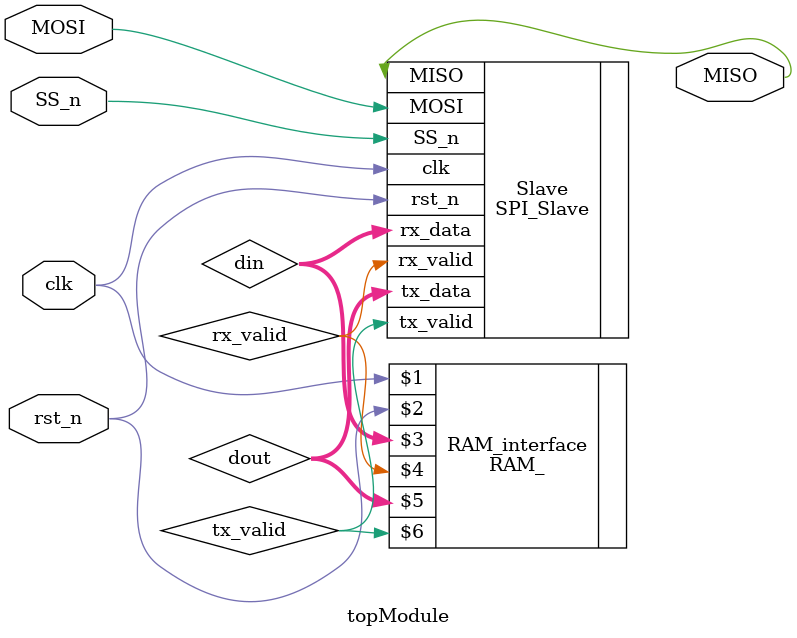
<source format=v>
module topModule(clk,rst_n,SS_n,MOSI,MISO);
input wire clk,rst_n,SS_n,MOSI;
output wire MISO;

//internal wires
wire [9:0] din;
wire [7:0] dout;
wire rx_valid,tx_valid;

// instantiation of SPI module
SPI_Slave Slave(
				.clk(clk),
				.rst_n(rst_n),
				.MOSI(MOSI),
				.SS_n(SS_n),
				.tx_valid(tx_valid),
				.tx_data(dout),
				.MISO(MISO),
				.rx_valid(rx_valid),
				.rx_data(din)
				);
// instantiation of RAM
RAM_ #(.MEM_DEPTH(8)) RAM_interface(clk,rst_n,din,rx_valid,dout,tx_valid);

endmodule
</source>
